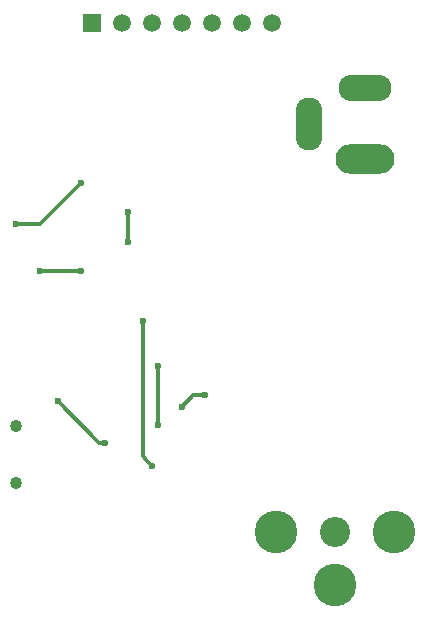
<source format=gbr>
G04*
G04 #@! TF.GenerationSoftware,Altium Limited,Altium Designer,22.4.2 (48)*
G04*
G04 Layer_Physical_Order=2*
G04 Layer_Color=16711680*
%FSLAX25Y25*%
%MOIN*%
G70*
G04*
G04 #@! TF.SameCoordinates,2A41B901-7CA2-4390-9F02-5F8C8343CA34*
G04*
G04*
G04 #@! TF.FilePolarity,Positive*
G04*
G01*
G75*
%ADD35C,0.01181*%
%ADD37C,0.04055*%
%ADD38C,0.10039*%
%ADD39C,0.14236*%
%ADD40O,0.19685X0.09843*%
%ADD41O,0.17717X0.08858*%
%ADD42O,0.08858X0.17717*%
%ADD43C,0.05937*%
%ADD44R,0.05937X0.05937*%
%ADD45C,0.02362*%
D35*
X33465Y98425D02*
X47244Y84646D01*
X49213D01*
X74803Y96457D02*
X78740Y100394D01*
X19685Y157480D02*
X27559D01*
X41339Y171260D01*
X27559Y141732D02*
X41339D01*
X61928Y80315D02*
Y125080D01*
X57087Y151575D02*
Y161417D01*
X61928Y80315D02*
X62711Y79533D01*
Y79022D02*
Y79533D01*
X78740Y100394D02*
X82677D01*
X66929Y90551D02*
Y110236D01*
X62711Y79022D02*
X64961Y76772D01*
D37*
X19685Y71102D02*
D03*
Y90315D02*
D03*
D38*
X125984Y54921D02*
D03*
D39*
X106299D02*
D03*
X145669D02*
D03*
X125984Y37205D02*
D03*
D40*
X135827Y179134D02*
D03*
D41*
Y202756D02*
D03*
D42*
X117323Y190945D02*
D03*
D43*
X104803Y224410D02*
D03*
X84803D02*
D03*
X74803D02*
D03*
X64803D02*
D03*
X54803D02*
D03*
X94803D02*
D03*
D44*
X44803D02*
D03*
D45*
X41339Y141732D02*
D03*
X57087Y151575D02*
D03*
X19685Y157480D02*
D03*
X57087Y161417D02*
D03*
X41339Y171260D02*
D03*
X66929Y110236D02*
D03*
X82677Y100394D02*
D03*
X33465Y98425D02*
D03*
X74803Y96457D02*
D03*
X66929Y90551D02*
D03*
X49213Y84646D02*
D03*
X61928Y125080D02*
D03*
X27559Y141732D02*
D03*
X64961Y76772D02*
D03*
M02*

</source>
